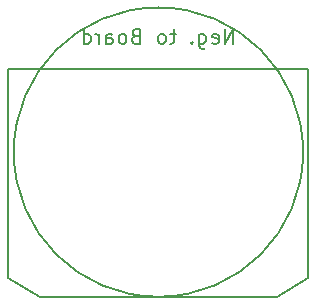
<source format=gbo>
G04 (created by PCBNEW (2013-mar-13)-testing) date Sun 15 Sep 2013 23:58:05 EST*
%MOIN*%
G04 Gerber Fmt 3.4, Leading zero omitted, Abs format*
%FSLAX34Y34*%
G01*
G70*
G90*
G04 APERTURE LIST*
%ADD10C,0.005906*%
G04 APERTURE END LIST*
G54D10*
X10945Y12799D02*
X10945Y5811D01*
X945Y12799D02*
X945Y5811D01*
X9882Y5200D02*
X2008Y5200D01*
X9882Y5200D02*
X10945Y5811D01*
X2008Y5200D02*
X945Y5811D01*
X10768Y10023D02*
G75*
G03X10768Y10023I-4822J0D01*
G74*
G01*
X945Y12799D02*
X10945Y12799D01*
X10945Y12799D02*
X10945Y9000D01*
X8441Y13639D02*
X8441Y14131D01*
X8159Y13639D01*
X8159Y14131D01*
X7738Y13663D02*
X7784Y13639D01*
X7878Y13639D01*
X7925Y13663D01*
X7948Y13709D01*
X7948Y13897D01*
X7925Y13944D01*
X7878Y13967D01*
X7784Y13967D01*
X7738Y13944D01*
X7714Y13897D01*
X7714Y13850D01*
X7948Y13803D01*
X7292Y13967D02*
X7292Y13569D01*
X7316Y13522D01*
X7339Y13498D01*
X7386Y13475D01*
X7456Y13475D01*
X7503Y13498D01*
X7292Y13663D02*
X7339Y13639D01*
X7433Y13639D01*
X7480Y13663D01*
X7503Y13686D01*
X7527Y13733D01*
X7527Y13873D01*
X7503Y13920D01*
X7480Y13944D01*
X7433Y13967D01*
X7339Y13967D01*
X7292Y13944D01*
X7058Y13686D02*
X7034Y13663D01*
X7058Y13639D01*
X7081Y13663D01*
X7058Y13686D01*
X7058Y13639D01*
X6519Y13967D02*
X6331Y13967D01*
X6449Y14131D02*
X6449Y13709D01*
X6425Y13663D01*
X6378Y13639D01*
X6331Y13639D01*
X6097Y13639D02*
X6144Y13663D01*
X6167Y13686D01*
X6191Y13733D01*
X6191Y13873D01*
X6167Y13920D01*
X6144Y13944D01*
X6097Y13967D01*
X6027Y13967D01*
X5980Y13944D01*
X5956Y13920D01*
X5933Y13873D01*
X5933Y13733D01*
X5956Y13686D01*
X5980Y13663D01*
X6027Y13639D01*
X6097Y13639D01*
X5183Y13897D02*
X5113Y13873D01*
X5089Y13850D01*
X5066Y13803D01*
X5066Y13733D01*
X5089Y13686D01*
X5113Y13663D01*
X5160Y13639D01*
X5347Y13639D01*
X5347Y14131D01*
X5183Y14131D01*
X5136Y14108D01*
X5113Y14084D01*
X5089Y14037D01*
X5089Y13991D01*
X5113Y13944D01*
X5136Y13920D01*
X5183Y13897D01*
X5347Y13897D01*
X4785Y13639D02*
X4832Y13663D01*
X4855Y13686D01*
X4879Y13733D01*
X4879Y13873D01*
X4855Y13920D01*
X4832Y13944D01*
X4785Y13967D01*
X4714Y13967D01*
X4668Y13944D01*
X4644Y13920D01*
X4621Y13873D01*
X4621Y13733D01*
X4644Y13686D01*
X4668Y13663D01*
X4714Y13639D01*
X4785Y13639D01*
X4199Y13639D02*
X4199Y13897D01*
X4222Y13944D01*
X4269Y13967D01*
X4363Y13967D01*
X4410Y13944D01*
X4199Y13663D02*
X4246Y13639D01*
X4363Y13639D01*
X4410Y13663D01*
X4433Y13709D01*
X4433Y13756D01*
X4410Y13803D01*
X4363Y13827D01*
X4246Y13827D01*
X4199Y13850D01*
X3965Y13639D02*
X3965Y13967D01*
X3965Y13873D02*
X3941Y13920D01*
X3918Y13944D01*
X3871Y13967D01*
X3824Y13967D01*
X3449Y13639D02*
X3449Y14131D01*
X3449Y13663D02*
X3496Y13639D01*
X3590Y13639D01*
X3636Y13663D01*
X3660Y13686D01*
X3683Y13733D01*
X3683Y13873D01*
X3660Y13920D01*
X3636Y13944D01*
X3590Y13967D01*
X3496Y13967D01*
X3449Y13944D01*
M02*

</source>
